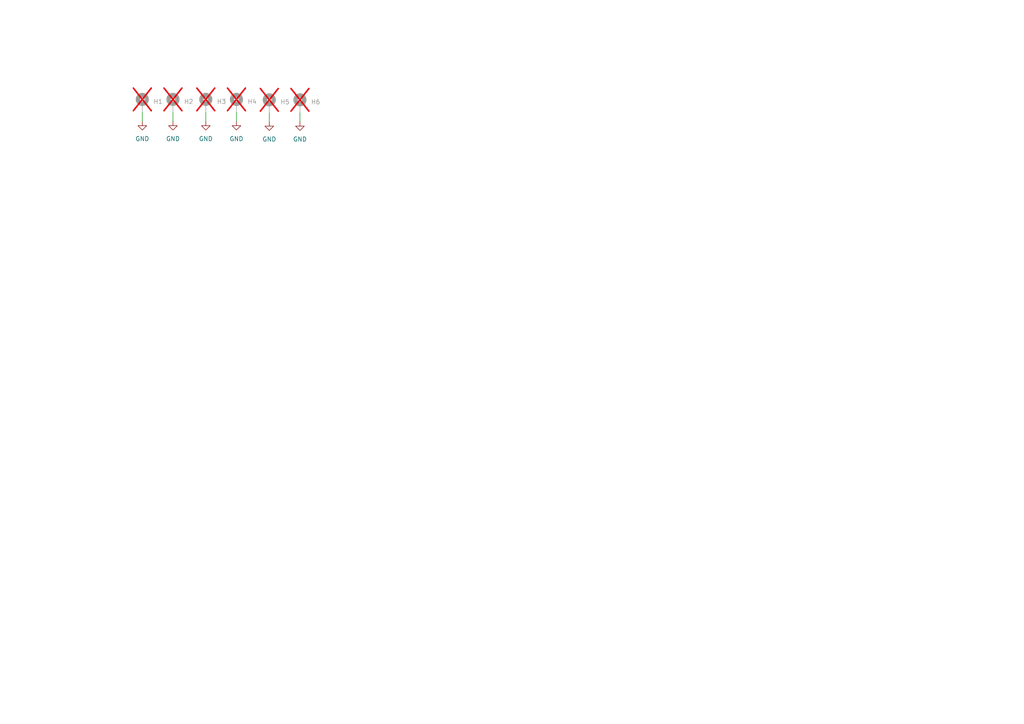
<source format=kicad_sch>
(kicad_sch (version 20250114) (generator "eeschema") (generator_version "9.0")
  (paper "A4")
  (lib_symbols
    (symbol "Mechanical:MountingHole_Pad" (pin_numbers (hide yes)) (pin_names (offset 1.016) (hide yes))
      (property "Reference" "H" (at 0 6.35 0))
      (property "Value" "MountingHole_Pad" (at 0 4.445 0))
      (symbol "MountingHole_Pad_0_1"
        (circle (center 0 1.27) (radius 1.27) (stroke (width 1.27)))
      )
      (symbol "MountingHole_Pad_1_1"
        (pin input line (at 0 -2.54 90) (length 2.54) (name "1") (number "1"))
      )
    )
    (symbol "power:GND" (power) (pin_names (offset 0))
      (property "Value" "GND" (at 0 -3.81 0))
      (symbol "GND_0_1"
        (polyline (pts (xy 0 0) (xy 0 -1.27) (xy 1.27 -1.27) (xy 0 -2.54) (xy -1.27 -1.27) (xy 0 -1.27)))
      )
      (symbol "GND_1_1"
        (pin power_in line (at 0 0 270) (length 0) (hide yes) (name "GND") (number "1"))
      )
    )
  )
  (wire (pts (xy 78.105 32.766) (xy 78.105 35.306)))
  (wire (pts (xy 41.275 32.639) (xy 41.275 35.179)))
  (wire (pts (xy 86.995 32.766) (xy 86.995 35.306)))
  (wire (pts (xy 59.69 32.639) (xy 59.69 35.179)))
  (wire (pts (xy 68.58 32.639) (xy 68.58 35.179)))
  (wire (pts (xy 50.165 32.639) (xy 50.165 35.179)))
  (symbol (lib_id "power:GND") (at 86.995 35.306 0) (mirror y) (unit 1)
    (property "Reference" "#PWR020" (effects (hide yes)))
    (property "Value" "GND" (at 86.995 40.386 0))
  )
  (symbol (lib_id "power:GND") (at 68.58 35.179 0) (mirror y) (unit 1)
    (property "Reference" "#PWR011" (effects (hide yes)))
    (property "Value" "GND" (at 68.58 40.259 0))
  )
  (symbol (lib_id "Mechanical:MountingHole_Pad") (at 50.165 30.099 0) (unit 1) (in_bom no) (on_board no) (dnp yes)
    (property "Reference" "H2" (at 53.34 29.464 0) (effects (justify left)))
    (property "Value" "MountingHole_Pad" (effects (hide yes)))
    (property "Footprint" "MountingHole:MountingHole_4.5mm_Pad" (effects (hide yes)))
  )
  (symbol (lib_id "power:GND") (at 50.165 35.179 0) (mirror y) (unit 1)
    (property "Reference" "#PWR09" (effects (hide yes)))
    (property "Value" "GND" (at 50.165 40.259 0))
  )
  (symbol (lib_id "power:GND") (at 41.275 35.179 0) (mirror y) (unit 1)
    (property "Reference" "#PWR08" (effects (hide yes)))
    (property "Value" "GND" (at 41.275 40.259 0))
  )
  (symbol (lib_id "Mechanical:MountingHole_Pad") (at 59.69 30.099 0) (unit 1) (in_bom no) (on_board no) (dnp yes)
    (property "Reference" "H3" (at 62.865 29.464 0) (effects (justify left)))
    (property "Value" "MountingHole_Pad" (effects (hide yes)))
    (property "Footprint" "MountingHole:MountingHole_4.5mm_Pad" (effects (hide yes)))
  )
  (symbol (lib_id "Mechanical:MountingHole_Pad") (at 41.275 30.099 0) (unit 1) (in_bom no) (on_board no) (dnp yes)
    (property "Reference" "H1" (at 44.45 29.464 0) (effects (justify left)))
    (property "Value" "MountingHole_Pad" (effects (hide yes)))
    (property "Footprint" "MountingHole:MountingHole_4.5mm_Pad" (effects (hide yes)))
  )
  (symbol (lib_id "power:GND") (at 59.69 35.179 0) (mirror y) (unit 1)
    (property "Reference" "#PWR010" (effects (hide yes)))
    (property "Value" "GND" (at 59.69 40.259 0))
  )
  (symbol (lib_id "Mechanical:MountingHole_Pad") (at 86.995 30.226 0) (unit 1) (in_bom no) (on_board no) (dnp yes)
    (property "Reference" "H6" (at 90.17 29.591 0) (effects (justify left)))
    (property "Value" "MountingHole_Pad" (effects (hide yes)))
    (property "Footprint" "MountingHole:MountingHole_4.5mm_Pad" (effects (hide yes)))
  )
  (symbol (lib_id "Mechanical:MountingHole_Pad") (at 78.105 30.226 0) (unit 1) (in_bom no) (on_board no) (dnp yes)
    (property "Reference" "H5" (at 81.28 29.591 0) (effects (justify left)))
    (property "Value" "MountingHole_Pad" (effects (hide yes)))
    (property "Footprint" "MountingHole:MountingHole_4.5mm_Pad" (effects (hide yes)))
  )
  (symbol (lib_id "power:GND") (at 78.105 35.306 0) (mirror y) (unit 1)
    (property "Reference" "#PWR019" (effects (hide yes)))
    (property "Value" "GND" (at 78.105 40.386 0))
  )
  (symbol (lib_id "Mechanical:MountingHole_Pad") (at 68.58 30.099 0) (unit 1) (in_bom no) (on_board no) (dnp yes)
    (property "Reference" "H4" (at 71.755 29.464 0) (effects (justify left)))
    (property "Value" "MountingHole_Pad" (effects (hide yes)))
    (property "Footprint" "MountingHole:MountingHole_4.5mm_Pad" (effects (hide yes)))
  )
)
</source>
